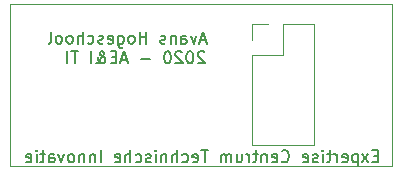
<source format=gbr>
G04 #@! TF.GenerationSoftware,KiCad,Pcbnew,(5.1.0)-1*
G04 #@! TF.CreationDate,2020-05-09T23:37:50+02:00*
G04 #@! TF.ProjectId,Token,546f6b65-6e2e-46b6-9963-61645f706362,rev?*
G04 #@! TF.SameCoordinates,Original*
G04 #@! TF.FileFunction,Legend,Bot*
G04 #@! TF.FilePolarity,Positive*
%FSLAX46Y46*%
G04 Gerber Fmt 4.6, Leading zero omitted, Abs format (unit mm)*
G04 Created by KiCad (PCBNEW (5.1.0)-1) date 2020-05-09 23:37:50*
%MOMM*%
%LPD*%
G04 APERTURE LIST*
%ADD10C,0.050000*%
%ADD11C,0.150000*%
%ADD12C,0.120000*%
G04 APERTURE END LIST*
D10*
X138049000Y-49149000D02*
X138049000Y-48133000D01*
X170434000Y-49149000D02*
X138049000Y-49149000D01*
X138049000Y-35433000D02*
X138049000Y-48133000D01*
X170434000Y-35433000D02*
X138049000Y-35433000D01*
X170434000Y-49149000D02*
X170434000Y-35433000D01*
D11*
X169209404Y-48315571D02*
X168876071Y-48315571D01*
X168733214Y-48839380D02*
X169209404Y-48839380D01*
X169209404Y-47839380D01*
X168733214Y-47839380D01*
X168399880Y-48839380D02*
X167876071Y-48172714D01*
X168399880Y-48172714D02*
X167876071Y-48839380D01*
X167495119Y-48172714D02*
X167495119Y-49172714D01*
X167495119Y-48220333D02*
X167399880Y-48172714D01*
X167209404Y-48172714D01*
X167114166Y-48220333D01*
X167066547Y-48267952D01*
X167018928Y-48363190D01*
X167018928Y-48648904D01*
X167066547Y-48744142D01*
X167114166Y-48791761D01*
X167209404Y-48839380D01*
X167399880Y-48839380D01*
X167495119Y-48791761D01*
X166209404Y-48791761D02*
X166304642Y-48839380D01*
X166495119Y-48839380D01*
X166590357Y-48791761D01*
X166637976Y-48696523D01*
X166637976Y-48315571D01*
X166590357Y-48220333D01*
X166495119Y-48172714D01*
X166304642Y-48172714D01*
X166209404Y-48220333D01*
X166161785Y-48315571D01*
X166161785Y-48410809D01*
X166637976Y-48506047D01*
X165733214Y-48839380D02*
X165733214Y-48172714D01*
X165733214Y-48363190D02*
X165685595Y-48267952D01*
X165637976Y-48220333D01*
X165542738Y-48172714D01*
X165447500Y-48172714D01*
X165257023Y-48172714D02*
X164876071Y-48172714D01*
X165114166Y-47839380D02*
X165114166Y-48696523D01*
X165066547Y-48791761D01*
X164971309Y-48839380D01*
X164876071Y-48839380D01*
X164542738Y-48839380D02*
X164542738Y-48172714D01*
X164542738Y-47839380D02*
X164590357Y-47887000D01*
X164542738Y-47934619D01*
X164495119Y-47887000D01*
X164542738Y-47839380D01*
X164542738Y-47934619D01*
X164114166Y-48791761D02*
X164018928Y-48839380D01*
X163828452Y-48839380D01*
X163733214Y-48791761D01*
X163685595Y-48696523D01*
X163685595Y-48648904D01*
X163733214Y-48553666D01*
X163828452Y-48506047D01*
X163971309Y-48506047D01*
X164066547Y-48458428D01*
X164114166Y-48363190D01*
X164114166Y-48315571D01*
X164066547Y-48220333D01*
X163971309Y-48172714D01*
X163828452Y-48172714D01*
X163733214Y-48220333D01*
X162876071Y-48791761D02*
X162971309Y-48839380D01*
X163161785Y-48839380D01*
X163257023Y-48791761D01*
X163304642Y-48696523D01*
X163304642Y-48315571D01*
X163257023Y-48220333D01*
X163161785Y-48172714D01*
X162971309Y-48172714D01*
X162876071Y-48220333D01*
X162828452Y-48315571D01*
X162828452Y-48410809D01*
X163304642Y-48506047D01*
X161066547Y-48744142D02*
X161114166Y-48791761D01*
X161257023Y-48839380D01*
X161352261Y-48839380D01*
X161495119Y-48791761D01*
X161590357Y-48696523D01*
X161637976Y-48601285D01*
X161685595Y-48410809D01*
X161685595Y-48267952D01*
X161637976Y-48077476D01*
X161590357Y-47982238D01*
X161495119Y-47887000D01*
X161352261Y-47839380D01*
X161257023Y-47839380D01*
X161114166Y-47887000D01*
X161066547Y-47934619D01*
X160257023Y-48791761D02*
X160352261Y-48839380D01*
X160542738Y-48839380D01*
X160637976Y-48791761D01*
X160685595Y-48696523D01*
X160685595Y-48315571D01*
X160637976Y-48220333D01*
X160542738Y-48172714D01*
X160352261Y-48172714D01*
X160257023Y-48220333D01*
X160209404Y-48315571D01*
X160209404Y-48410809D01*
X160685595Y-48506047D01*
X159780833Y-48172714D02*
X159780833Y-48839380D01*
X159780833Y-48267952D02*
X159733214Y-48220333D01*
X159637976Y-48172714D01*
X159495119Y-48172714D01*
X159399880Y-48220333D01*
X159352261Y-48315571D01*
X159352261Y-48839380D01*
X159018928Y-48172714D02*
X158637976Y-48172714D01*
X158876071Y-47839380D02*
X158876071Y-48696523D01*
X158828452Y-48791761D01*
X158733214Y-48839380D01*
X158637976Y-48839380D01*
X158304642Y-48839380D02*
X158304642Y-48172714D01*
X158304642Y-48363190D02*
X158257023Y-48267952D01*
X158209404Y-48220333D01*
X158114166Y-48172714D01*
X158018928Y-48172714D01*
X157257023Y-48172714D02*
X157257023Y-48839380D01*
X157685595Y-48172714D02*
X157685595Y-48696523D01*
X157637976Y-48791761D01*
X157542738Y-48839380D01*
X157399880Y-48839380D01*
X157304642Y-48791761D01*
X157257023Y-48744142D01*
X156780833Y-48839380D02*
X156780833Y-48172714D01*
X156780833Y-48267952D02*
X156733214Y-48220333D01*
X156637976Y-48172714D01*
X156495119Y-48172714D01*
X156399880Y-48220333D01*
X156352261Y-48315571D01*
X156352261Y-48839380D01*
X156352261Y-48315571D02*
X156304642Y-48220333D01*
X156209404Y-48172714D01*
X156066547Y-48172714D01*
X155971309Y-48220333D01*
X155923690Y-48315571D01*
X155923690Y-48839380D01*
X154828452Y-47839380D02*
X154257023Y-47839380D01*
X154542738Y-48839380D02*
X154542738Y-47839380D01*
X153542738Y-48791761D02*
X153637976Y-48839380D01*
X153828452Y-48839380D01*
X153923690Y-48791761D01*
X153971309Y-48696523D01*
X153971309Y-48315571D01*
X153923690Y-48220333D01*
X153828452Y-48172714D01*
X153637976Y-48172714D01*
X153542738Y-48220333D01*
X153495119Y-48315571D01*
X153495119Y-48410809D01*
X153971309Y-48506047D01*
X152637976Y-48791761D02*
X152733214Y-48839380D01*
X152923690Y-48839380D01*
X153018928Y-48791761D01*
X153066547Y-48744142D01*
X153114166Y-48648904D01*
X153114166Y-48363190D01*
X153066547Y-48267952D01*
X153018928Y-48220333D01*
X152923690Y-48172714D01*
X152733214Y-48172714D01*
X152637976Y-48220333D01*
X152209404Y-48839380D02*
X152209404Y-47839380D01*
X151780833Y-48839380D02*
X151780833Y-48315571D01*
X151828452Y-48220333D01*
X151923690Y-48172714D01*
X152066547Y-48172714D01*
X152161785Y-48220333D01*
X152209404Y-48267952D01*
X151304642Y-48172714D02*
X151304642Y-48839380D01*
X151304642Y-48267952D02*
X151257023Y-48220333D01*
X151161785Y-48172714D01*
X151018928Y-48172714D01*
X150923690Y-48220333D01*
X150876071Y-48315571D01*
X150876071Y-48839380D01*
X150399880Y-48839380D02*
X150399880Y-48172714D01*
X150399880Y-47839380D02*
X150447500Y-47887000D01*
X150399880Y-47934619D01*
X150352261Y-47887000D01*
X150399880Y-47839380D01*
X150399880Y-47934619D01*
X149971309Y-48791761D02*
X149876071Y-48839380D01*
X149685595Y-48839380D01*
X149590357Y-48791761D01*
X149542738Y-48696523D01*
X149542738Y-48648904D01*
X149590357Y-48553666D01*
X149685595Y-48506047D01*
X149828452Y-48506047D01*
X149923690Y-48458428D01*
X149971309Y-48363190D01*
X149971309Y-48315571D01*
X149923690Y-48220333D01*
X149828452Y-48172714D01*
X149685595Y-48172714D01*
X149590357Y-48220333D01*
X148685595Y-48791761D02*
X148780833Y-48839380D01*
X148971309Y-48839380D01*
X149066547Y-48791761D01*
X149114166Y-48744142D01*
X149161785Y-48648904D01*
X149161785Y-48363190D01*
X149114166Y-48267952D01*
X149066547Y-48220333D01*
X148971309Y-48172714D01*
X148780833Y-48172714D01*
X148685595Y-48220333D01*
X148257023Y-48839380D02*
X148257023Y-47839380D01*
X147828452Y-48839380D02*
X147828452Y-48315571D01*
X147876071Y-48220333D01*
X147971309Y-48172714D01*
X148114166Y-48172714D01*
X148209404Y-48220333D01*
X148257023Y-48267952D01*
X146971309Y-48791761D02*
X147066547Y-48839380D01*
X147257023Y-48839380D01*
X147352261Y-48791761D01*
X147399880Y-48696523D01*
X147399880Y-48315571D01*
X147352261Y-48220333D01*
X147257023Y-48172714D01*
X147066547Y-48172714D01*
X146971309Y-48220333D01*
X146923690Y-48315571D01*
X146923690Y-48410809D01*
X147399880Y-48506047D01*
X145733214Y-48839380D02*
X145733214Y-47839380D01*
X145257023Y-48172714D02*
X145257023Y-48839380D01*
X145257023Y-48267952D02*
X145209404Y-48220333D01*
X145114166Y-48172714D01*
X144971309Y-48172714D01*
X144876071Y-48220333D01*
X144828452Y-48315571D01*
X144828452Y-48839380D01*
X144352261Y-48172714D02*
X144352261Y-48839380D01*
X144352261Y-48267952D02*
X144304642Y-48220333D01*
X144209404Y-48172714D01*
X144066547Y-48172714D01*
X143971309Y-48220333D01*
X143923690Y-48315571D01*
X143923690Y-48839380D01*
X143304642Y-48839380D02*
X143399880Y-48791761D01*
X143447500Y-48744142D01*
X143495119Y-48648904D01*
X143495119Y-48363190D01*
X143447500Y-48267952D01*
X143399880Y-48220333D01*
X143304642Y-48172714D01*
X143161785Y-48172714D01*
X143066547Y-48220333D01*
X143018928Y-48267952D01*
X142971309Y-48363190D01*
X142971309Y-48648904D01*
X143018928Y-48744142D01*
X143066547Y-48791761D01*
X143161785Y-48839380D01*
X143304642Y-48839380D01*
X142637976Y-48172714D02*
X142399880Y-48839380D01*
X142161785Y-48172714D01*
X141352261Y-48839380D02*
X141352261Y-48315571D01*
X141399880Y-48220333D01*
X141495119Y-48172714D01*
X141685595Y-48172714D01*
X141780833Y-48220333D01*
X141352261Y-48791761D02*
X141447500Y-48839380D01*
X141685595Y-48839380D01*
X141780833Y-48791761D01*
X141828452Y-48696523D01*
X141828452Y-48601285D01*
X141780833Y-48506047D01*
X141685595Y-48458428D01*
X141447500Y-48458428D01*
X141352261Y-48410809D01*
X141018928Y-48172714D02*
X140637976Y-48172714D01*
X140876071Y-47839380D02*
X140876071Y-48696523D01*
X140828452Y-48791761D01*
X140733214Y-48839380D01*
X140637976Y-48839380D01*
X140304642Y-48839380D02*
X140304642Y-48172714D01*
X140304642Y-47839380D02*
X140352261Y-47887000D01*
X140304642Y-47934619D01*
X140257023Y-47887000D01*
X140304642Y-47839380D01*
X140304642Y-47934619D01*
X139447500Y-48791761D02*
X139542738Y-48839380D01*
X139733214Y-48839380D01*
X139828452Y-48791761D01*
X139876071Y-48696523D01*
X139876071Y-48315571D01*
X139828452Y-48220333D01*
X139733214Y-48172714D01*
X139542738Y-48172714D01*
X139447500Y-48220333D01*
X139399880Y-48315571D01*
X139399880Y-48410809D01*
X139876071Y-48506047D01*
X154525023Y-39552619D02*
X154477404Y-39505000D01*
X154382166Y-39457380D01*
X154144071Y-39457380D01*
X154048833Y-39505000D01*
X154001214Y-39552619D01*
X153953595Y-39647857D01*
X153953595Y-39743095D01*
X154001214Y-39885952D01*
X154572642Y-40457380D01*
X153953595Y-40457380D01*
X153334547Y-39457380D02*
X153239309Y-39457380D01*
X153144071Y-39505000D01*
X153096452Y-39552619D01*
X153048833Y-39647857D01*
X153001214Y-39838333D01*
X153001214Y-40076428D01*
X153048833Y-40266904D01*
X153096452Y-40362142D01*
X153144071Y-40409761D01*
X153239309Y-40457380D01*
X153334547Y-40457380D01*
X153429785Y-40409761D01*
X153477404Y-40362142D01*
X153525023Y-40266904D01*
X153572642Y-40076428D01*
X153572642Y-39838333D01*
X153525023Y-39647857D01*
X153477404Y-39552619D01*
X153429785Y-39505000D01*
X153334547Y-39457380D01*
X152620261Y-39552619D02*
X152572642Y-39505000D01*
X152477404Y-39457380D01*
X152239309Y-39457380D01*
X152144071Y-39505000D01*
X152096452Y-39552619D01*
X152048833Y-39647857D01*
X152048833Y-39743095D01*
X152096452Y-39885952D01*
X152667880Y-40457380D01*
X152048833Y-40457380D01*
X151429785Y-39457380D02*
X151334547Y-39457380D01*
X151239309Y-39505000D01*
X151191690Y-39552619D01*
X151144071Y-39647857D01*
X151096452Y-39838333D01*
X151096452Y-40076428D01*
X151144071Y-40266904D01*
X151191690Y-40362142D01*
X151239309Y-40409761D01*
X151334547Y-40457380D01*
X151429785Y-40457380D01*
X151525023Y-40409761D01*
X151572642Y-40362142D01*
X151620261Y-40266904D01*
X151667880Y-40076428D01*
X151667880Y-39838333D01*
X151620261Y-39647857D01*
X151572642Y-39552619D01*
X151525023Y-39505000D01*
X151429785Y-39457380D01*
X149905976Y-40076428D02*
X149144071Y-40076428D01*
X147953595Y-40171666D02*
X147477404Y-40171666D01*
X148048833Y-40457380D02*
X147715500Y-39457380D01*
X147382166Y-40457380D01*
X147048833Y-39933571D02*
X146715500Y-39933571D01*
X146572642Y-40457380D02*
X147048833Y-40457380D01*
X147048833Y-39457380D01*
X146572642Y-39457380D01*
X145334547Y-40457380D02*
X145382166Y-40457380D01*
X145477404Y-40409761D01*
X145620261Y-40266904D01*
X145858357Y-39981190D01*
X145953595Y-39838333D01*
X146001214Y-39695476D01*
X146001214Y-39600238D01*
X145953595Y-39505000D01*
X145858357Y-39457380D01*
X145810738Y-39457380D01*
X145715500Y-39505000D01*
X145667880Y-39600238D01*
X145667880Y-39647857D01*
X145715500Y-39743095D01*
X145763119Y-39790714D01*
X146048833Y-39981190D01*
X146096452Y-40028809D01*
X146144071Y-40124047D01*
X146144071Y-40266904D01*
X146096452Y-40362142D01*
X146048833Y-40409761D01*
X145953595Y-40457380D01*
X145810738Y-40457380D01*
X145715500Y-40409761D01*
X145667880Y-40362142D01*
X145525023Y-40171666D01*
X145477404Y-40028809D01*
X145477404Y-39933571D01*
X144905976Y-40457380D02*
X144905976Y-39457380D01*
X143810738Y-39457380D02*
X143239309Y-39457380D01*
X143525023Y-40457380D02*
X143525023Y-39457380D01*
X142905976Y-40457380D02*
X142905976Y-39457380D01*
X154652023Y-38520666D02*
X154175833Y-38520666D01*
X154747261Y-38806380D02*
X154413928Y-37806380D01*
X154080595Y-38806380D01*
X153842500Y-38139714D02*
X153604404Y-38806380D01*
X153366309Y-38139714D01*
X152556785Y-38806380D02*
X152556785Y-38282571D01*
X152604404Y-38187333D01*
X152699642Y-38139714D01*
X152890119Y-38139714D01*
X152985357Y-38187333D01*
X152556785Y-38758761D02*
X152652023Y-38806380D01*
X152890119Y-38806380D01*
X152985357Y-38758761D01*
X153032976Y-38663523D01*
X153032976Y-38568285D01*
X152985357Y-38473047D01*
X152890119Y-38425428D01*
X152652023Y-38425428D01*
X152556785Y-38377809D01*
X152080595Y-38139714D02*
X152080595Y-38806380D01*
X152080595Y-38234952D02*
X152032976Y-38187333D01*
X151937738Y-38139714D01*
X151794880Y-38139714D01*
X151699642Y-38187333D01*
X151652023Y-38282571D01*
X151652023Y-38806380D01*
X151223452Y-38758761D02*
X151128214Y-38806380D01*
X150937738Y-38806380D01*
X150842500Y-38758761D01*
X150794880Y-38663523D01*
X150794880Y-38615904D01*
X150842500Y-38520666D01*
X150937738Y-38473047D01*
X151080595Y-38473047D01*
X151175833Y-38425428D01*
X151223452Y-38330190D01*
X151223452Y-38282571D01*
X151175833Y-38187333D01*
X151080595Y-38139714D01*
X150937738Y-38139714D01*
X150842500Y-38187333D01*
X149604404Y-38806380D02*
X149604404Y-37806380D01*
X149604404Y-38282571D02*
X149032976Y-38282571D01*
X149032976Y-38806380D02*
X149032976Y-37806380D01*
X148413928Y-38806380D02*
X148509166Y-38758761D01*
X148556785Y-38711142D01*
X148604404Y-38615904D01*
X148604404Y-38330190D01*
X148556785Y-38234952D01*
X148509166Y-38187333D01*
X148413928Y-38139714D01*
X148271071Y-38139714D01*
X148175833Y-38187333D01*
X148128214Y-38234952D01*
X148080595Y-38330190D01*
X148080595Y-38615904D01*
X148128214Y-38711142D01*
X148175833Y-38758761D01*
X148271071Y-38806380D01*
X148413928Y-38806380D01*
X147223452Y-38139714D02*
X147223452Y-38949238D01*
X147271071Y-39044476D01*
X147318690Y-39092095D01*
X147413928Y-39139714D01*
X147556785Y-39139714D01*
X147652023Y-39092095D01*
X147223452Y-38758761D02*
X147318690Y-38806380D01*
X147509166Y-38806380D01*
X147604404Y-38758761D01*
X147652023Y-38711142D01*
X147699642Y-38615904D01*
X147699642Y-38330190D01*
X147652023Y-38234952D01*
X147604404Y-38187333D01*
X147509166Y-38139714D01*
X147318690Y-38139714D01*
X147223452Y-38187333D01*
X146366309Y-38758761D02*
X146461547Y-38806380D01*
X146652023Y-38806380D01*
X146747261Y-38758761D01*
X146794880Y-38663523D01*
X146794880Y-38282571D01*
X146747261Y-38187333D01*
X146652023Y-38139714D01*
X146461547Y-38139714D01*
X146366309Y-38187333D01*
X146318690Y-38282571D01*
X146318690Y-38377809D01*
X146794880Y-38473047D01*
X145937738Y-38758761D02*
X145842500Y-38806380D01*
X145652023Y-38806380D01*
X145556785Y-38758761D01*
X145509166Y-38663523D01*
X145509166Y-38615904D01*
X145556785Y-38520666D01*
X145652023Y-38473047D01*
X145794880Y-38473047D01*
X145890119Y-38425428D01*
X145937738Y-38330190D01*
X145937738Y-38282571D01*
X145890119Y-38187333D01*
X145794880Y-38139714D01*
X145652023Y-38139714D01*
X145556785Y-38187333D01*
X144652023Y-38758761D02*
X144747261Y-38806380D01*
X144937738Y-38806380D01*
X145032976Y-38758761D01*
X145080595Y-38711142D01*
X145128214Y-38615904D01*
X145128214Y-38330190D01*
X145080595Y-38234952D01*
X145032976Y-38187333D01*
X144937738Y-38139714D01*
X144747261Y-38139714D01*
X144652023Y-38187333D01*
X144223452Y-38806380D02*
X144223452Y-37806380D01*
X143794880Y-38806380D02*
X143794880Y-38282571D01*
X143842500Y-38187333D01*
X143937738Y-38139714D01*
X144080595Y-38139714D01*
X144175833Y-38187333D01*
X144223452Y-38234952D01*
X143175833Y-38806380D02*
X143271071Y-38758761D01*
X143318690Y-38711142D01*
X143366309Y-38615904D01*
X143366309Y-38330190D01*
X143318690Y-38234952D01*
X143271071Y-38187333D01*
X143175833Y-38139714D01*
X143032976Y-38139714D01*
X142937738Y-38187333D01*
X142890119Y-38234952D01*
X142842500Y-38330190D01*
X142842500Y-38615904D01*
X142890119Y-38711142D01*
X142937738Y-38758761D01*
X143032976Y-38806380D01*
X143175833Y-38806380D01*
X142271071Y-38806380D02*
X142366309Y-38758761D01*
X142413928Y-38711142D01*
X142461547Y-38615904D01*
X142461547Y-38330190D01*
X142413928Y-38234952D01*
X142366309Y-38187333D01*
X142271071Y-38139714D01*
X142128214Y-38139714D01*
X142032976Y-38187333D01*
X141985357Y-38234952D01*
X141937738Y-38330190D01*
X141937738Y-38615904D01*
X141985357Y-38711142D01*
X142032976Y-38758761D01*
X142128214Y-38806380D01*
X142271071Y-38806380D01*
X141366309Y-38806380D02*
X141461547Y-38758761D01*
X141509166Y-38663523D01*
X141509166Y-37806380D01*
D12*
G04 #@! TO.C,J4*
X159893000Y-37151000D02*
X158563000Y-37151000D01*
X158563000Y-37151000D02*
X158563000Y-38481000D01*
X161163000Y-37151000D02*
X161163000Y-39751000D01*
X161163000Y-39751000D02*
X158563000Y-39751000D01*
X158563000Y-39751000D02*
X158563000Y-47431000D01*
X163763000Y-47431000D02*
X158563000Y-47431000D01*
X163763000Y-37151000D02*
X163763000Y-47431000D01*
X163763000Y-37151000D02*
X161163000Y-37151000D01*
G04 #@! TD*
M02*

</source>
